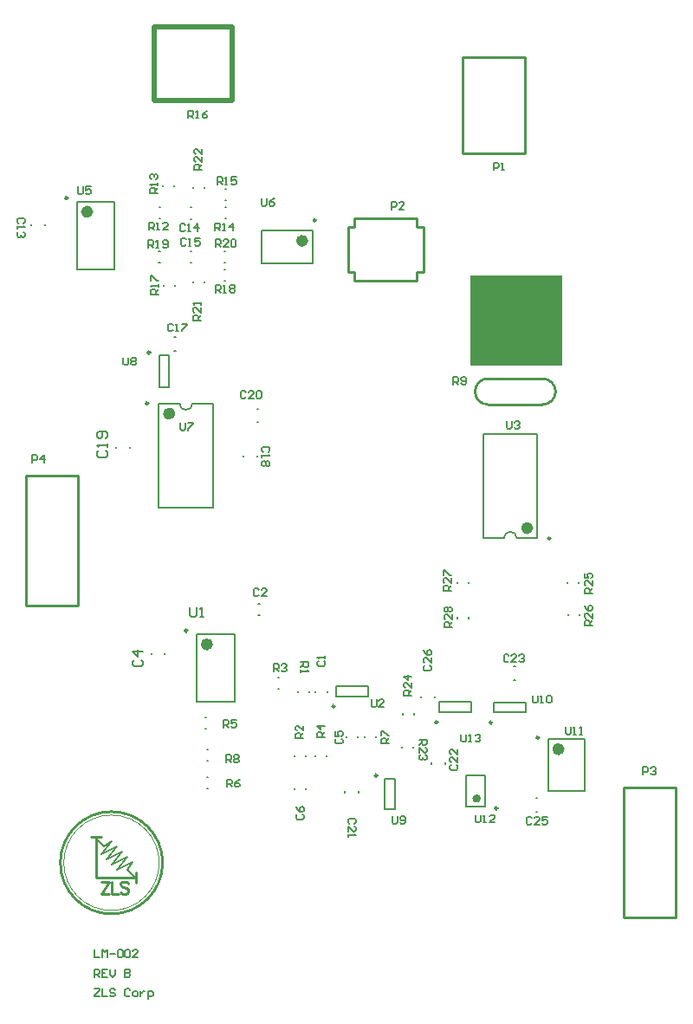
<source format=gbr>
%TF.GenerationSoftware,Altium Limited,Altium Designer,18.0.9 (584)*%
G04 Layer_Color=65535*
%FSLAX26Y26*%
%MOIN*%
%TF.FileFunction,Legend,Top*%
%TF.Part,Single*%
G01*
G75*
%TA.AperFunction,NonConductor*%
%ADD50C,0.009842*%
%ADD51C,0.023622*%
%ADD52C,0.007874*%
%ADD53C,0.005000*%
%ADD54C,0.005906*%
%ADD78C,0.010000*%
%ADD79C,0.015748*%
%ADD80C,0.003937*%
%ADD81C,0.020000*%
%ADD82R,0.355000X0.350000*%
D50*
X721842Y1503811D02*
G03*
X721842Y1503811I-4921J0D01*
G01*
X1452496Y946260D02*
G03*
X1452496Y946260I-4921J0D01*
G01*
X1288457Y1212496D02*
G03*
X1288457Y1212496I-4921J0D01*
G01*
X2119055Y1858386D02*
G03*
X2119055Y1858386I-4921J0D01*
G01*
X260866Y3168268D02*
G03*
X260866Y3168268I-4921J0D01*
G01*
X1216535Y3082914D02*
G03*
X1216535Y3082914I-4921J0D01*
G01*
X1894859Y1149932D02*
G03*
X1894859Y1149932I-4921J0D01*
G01*
X1684688Y1151496D02*
G03*
X1684688Y1151496I-4921J0D01*
G01*
X2074544Y1091929D02*
G03*
X2074544Y1091929I-4921J0D01*
G01*
X1915213Y820197D02*
G03*
X1915213Y820197I-4921J0D01*
G01*
X578961Y2573961D02*
G03*
X578961Y2573961I-4921J0D01*
G01*
X571032Y2378291D02*
G03*
X571032Y2378291I-4921J0D01*
G01*
D51*
X808457Y1450661D02*
G03*
X808457Y1450661I-11811J0D01*
G01*
X2040905Y1898150D02*
G03*
X2040905Y1898150I-11811J0D01*
G01*
X347480Y3115118D02*
G03*
X347480Y3115118I-11811J0D01*
G01*
X1175000Y3003189D02*
G03*
X1175000Y3003189I-11811J0D01*
G01*
X2161158Y1047638D02*
G03*
X2161158Y1047638I-11811J0D01*
G01*
X662961Y2338528D02*
G03*
X662961Y2338528I-11811J0D01*
G01*
D52*
X1989134Y1858780D02*
G03*
X1939134Y1858780I-25000J0D01*
G01*
X691110Y2377898D02*
G03*
X741110Y2377898I25000J0D01*
G01*
X1620811Y1246599D02*
Y1250535D01*
X1673961Y1246599D02*
Y1250535D01*
X2063142Y806535D02*
X2067079D01*
X2063142Y859685D02*
X2067079D01*
X1978394Y1313535D02*
X1982331D01*
X1978394Y1366685D02*
X1982331D01*
X1713685Y991142D02*
Y995079D01*
X1660535Y991142D02*
Y995079D01*
X1381685Y881142D02*
Y885079D01*
X1328535Y881142D02*
Y885079D01*
X446535Y2205142D02*
Y2209079D01*
X499685Y2205142D02*
Y2209079D01*
X989685Y2173142D02*
Y2177079D01*
X936535Y2173142D02*
Y2177079D01*
X672142Y2632685D02*
X676079D01*
X672142Y2579535D02*
X676079D01*
X173685Y3063937D02*
Y3067874D01*
X120535Y3063937D02*
Y3067874D01*
X1592764Y1181142D02*
Y1185079D01*
X1549457Y1181142D02*
Y1185079D01*
X1761457Y1551142D02*
Y1555079D01*
X1804764Y1551142D02*
Y1555079D01*
X2186457Y1563142D02*
Y1567079D01*
X2229764Y1563142D02*
Y1567079D01*
X2183457Y1685142D02*
Y1689079D01*
X2226764Y1685142D02*
Y1689079D01*
X1761457Y1685142D02*
Y1689079D01*
X1804764Y1685142D02*
Y1689079D01*
X1592016Y1053676D02*
Y1057613D01*
X1548709Y1053676D02*
Y1057613D01*
X757276Y1230190D02*
Y1490032D01*
X902944Y1230190D02*
Y1490032D01*
X757276D02*
X902944D01*
X757276Y1230190D02*
X902944D01*
X585504Y1413142D02*
Y1417078D01*
X634716Y1413142D02*
Y1417078D01*
X1482024Y934448D02*
X1521394D01*
X1482024Y816338D02*
X1521394D01*
X1482024D02*
Y934448D01*
X1521394Y816338D02*
Y934448D01*
X733142Y3132747D02*
X737078D01*
X733142Y3087473D02*
X737078D01*
X734142Y2963747D02*
X738078D01*
X734142Y2918473D02*
X738078D01*
X1294362Y1250882D02*
Y1290252D01*
X1416410Y1250882D02*
Y1290252D01*
X1294362Y1250882D02*
X1416410D01*
X1294362Y1290252D02*
X1416410D01*
X1859804Y2260354D02*
X2068464D01*
X1859804Y1858780D02*
X1939134D01*
X1989134D02*
X2068464D01*
X1859804D02*
Y2260354D01*
X2068464Y1858780D02*
Y2260354D01*
X296300Y2894646D02*
Y3154488D01*
X441968Y2894646D02*
Y3154488D01*
X296300D02*
X441968D01*
X296300Y2894646D02*
X441968D01*
X1005708Y3042560D02*
X1202560D01*
X1005708Y2916574D02*
X1202560D01*
Y3042560D01*
X1005708Y2916574D02*
Y3042560D01*
X1900764Y1188318D02*
Y1227688D01*
X2022812Y1188318D02*
Y1227688D01*
X1900764Y1188318D02*
X2022812D01*
X1900764Y1227688D02*
X2022812D01*
X1690594Y1189882D02*
Y1229252D01*
X1812640Y1189882D02*
Y1229252D01*
X1690594Y1189882D02*
X1812640D01*
X1690594Y1229252D02*
X1812640D01*
X2109976Y886220D02*
Y1087008D01*
X2251708Y886220D02*
Y1087008D01*
X2109976D02*
X2251708D01*
X2109976Y886220D02*
X2251708D01*
X1866000Y826102D02*
Y946182D01*
X1795134Y826102D02*
Y946182D01*
Y826102D02*
X1866000D01*
X1795134Y946182D02*
X1866000D01*
X612426Y2563134D02*
X651796D01*
X612426Y2441086D02*
X651796D01*
X612426D02*
Y2563134D01*
X651796Y2441086D02*
Y2563134D01*
X626457Y3214142D02*
Y3218079D01*
X669764Y3214142D02*
Y3218079D01*
X867142Y3131764D02*
X871079D01*
X867142Y3088457D02*
X871079D01*
X866142Y3202764D02*
X870079D01*
X866142Y3159457D02*
X870079D01*
X629457Y2830142D02*
Y2834079D01*
X672764Y2830142D02*
Y2834079D01*
X864142Y2892764D02*
X868079D01*
X864142Y2849457D02*
X868079D01*
X612142Y2919441D02*
X616079D01*
X612142Y2962748D02*
X616079D01*
X864142Y2962748D02*
X868079D01*
X864142Y2919441D02*
X868079D01*
X785764Y2842142D02*
Y2846079D01*
X742457Y2842142D02*
Y2846079D01*
X744457Y3206142D02*
Y3210079D01*
X787764Y3206142D02*
Y3210079D01*
X613142Y3131764D02*
X617079D01*
X613142Y3088457D02*
X617079D01*
X1189764Y1267142D02*
Y1271079D01*
X1146457Y1267142D02*
Y1271079D01*
X1176764Y1019142D02*
Y1023079D01*
X1133457Y1019142D02*
Y1023079D01*
X1070142Y1322764D02*
X1074079D01*
X1070142Y1279457D02*
X1074079D01*
X1258764Y1019142D02*
Y1023079D01*
X1215457Y1019142D02*
Y1023079D01*
X791142Y1126457D02*
X795079D01*
X791142Y1169764D02*
X795079D01*
X798142Y895457D02*
X802079D01*
X798142Y938764D02*
X802079D01*
X1446764Y1093142D02*
Y1097079D01*
X1403457Y1093142D02*
Y1097079D01*
X611779Y1976323D02*
X820441D01*
X741110Y2377898D02*
X820441D01*
X611779D02*
X691110D01*
X820441Y1976323D02*
Y2377898D01*
X611779Y1976323D02*
Y2377898D01*
X1215472Y1267142D02*
Y1271079D01*
X1260748Y1267142D02*
Y1271079D01*
X995142Y1607748D02*
X999079D01*
X995142Y1562472D02*
X999079D01*
X1333472Y1093142D02*
Y1097079D01*
X1378748Y1093142D02*
Y1097079D01*
X1178748Y894142D02*
Y898079D01*
X1133472Y894142D02*
Y898079D01*
X989142Y2306504D02*
X993079D01*
X989142Y2355717D02*
X993079D01*
X798142Y1002457D02*
X802079D01*
X798142Y1045764D02*
X802079D01*
X730110Y1594468D02*
Y1561670D01*
X736670Y1555110D01*
X749789D01*
X756348Y1561670D01*
Y1594468D01*
X769468Y1555110D02*
X782587D01*
X776027D01*
Y1594468D01*
X769468Y1587908D01*
X381312Y2196348D02*
X374753Y2189789D01*
Y2176670D01*
X381312Y2170110D01*
X407551D01*
X414110Y2176670D01*
Y2189789D01*
X407551Y2196348D01*
X414110Y2209468D02*
Y2222587D01*
Y2216027D01*
X374753D01*
X381312Y2209468D01*
X407551Y2242265D02*
X414110Y2248825D01*
Y2261944D01*
X407551Y2268504D01*
X381312D01*
X374753Y2261944D01*
Y2248825D01*
X381312Y2242265D01*
X387872D01*
X394432Y2248825D01*
Y2268504D01*
X517312Y1391348D02*
X510753Y1384789D01*
Y1371670D01*
X517312Y1365110D01*
X543551D01*
X550110Y1371670D01*
Y1384789D01*
X543551Y1391348D01*
X550110Y1424146D02*
X510753D01*
X530432Y1404468D01*
Y1430706D01*
D53*
X449622Y583330D02*
X489622Y633330D01*
X389622Y643330D02*
X449622Y673330D01*
X389622Y643330D02*
X429622Y693330D01*
X449622Y583330D02*
X509622Y613330D01*
X369622Y703330D02*
X399622Y673330D01*
X429622Y603330D02*
X489622Y633330D01*
X409622Y623330D02*
X469622Y653330D01*
X429622Y603330D02*
X469622Y653330D01*
X409622Y623330D02*
X449622Y673330D01*
X489622Y583330D02*
X509622Y613330D01*
X489622Y583330D02*
X519622Y553330D01*
X399622Y673330D02*
X429622Y693330D01*
D54*
X364102Y276140D02*
Y246622D01*
X383781D01*
X393620D02*
Y276140D01*
X403460Y266301D01*
X413299Y276140D01*
Y246622D01*
X423139Y261381D02*
X442817D01*
X452657Y271220D02*
X457576Y276140D01*
X467416D01*
X472335Y271220D01*
Y251542D01*
X467416Y246622D01*
X457576D01*
X452657Y251542D01*
Y271220D01*
X482175D02*
X487094Y276140D01*
X496934D01*
X501853Y271220D01*
Y251542D01*
X496934Y246622D01*
X487094D01*
X482175Y251542D01*
Y271220D01*
X531371Y246622D02*
X511693D01*
X531371Y266301D01*
Y271220D01*
X526452Y276140D01*
X516612D01*
X511693Y271220D01*
X364102Y171622D02*
Y201140D01*
X378861D01*
X383781Y196220D01*
Y186381D01*
X378861Y181461D01*
X364102D01*
X373942D02*
X383781Y171622D01*
X413299Y201140D02*
X393620D01*
Y171622D01*
X413299D01*
X393620Y186381D02*
X403460D01*
X423139Y201140D02*
Y181461D01*
X432978Y171622D01*
X442817Y181461D01*
Y201140D01*
X482175D02*
Y171622D01*
X496934D01*
X501853Y176542D01*
Y181461D01*
X496934Y186381D01*
X482175D01*
X496934D01*
X501853Y191301D01*
Y196220D01*
X496934Y201140D01*
X482175D01*
X364102Y126140D02*
X383781D01*
Y121220D01*
X364102Y101542D01*
Y96622D01*
X383781D01*
X393620Y126140D02*
Y96622D01*
X413299D01*
X442817Y121220D02*
X437897Y126140D01*
X428058D01*
X423139Y121220D01*
Y116301D01*
X428058Y111381D01*
X437897D01*
X442817Y106461D01*
Y101542D01*
X437897Y96622D01*
X428058D01*
X423139Y101542D01*
X501853Y121220D02*
X496934Y126140D01*
X487094D01*
X482175Y121220D01*
Y101542D01*
X487094Y96622D01*
X496934D01*
X501853Y101542D01*
X516612Y96622D02*
X526452D01*
X531371Y101542D01*
Y111381D01*
X526452Y116301D01*
X516612D01*
X511693Y111381D01*
Y101542D01*
X516612Y96622D01*
X541211Y116301D02*
Y96622D01*
Y106461D01*
X546131Y111381D01*
X551050Y116301D01*
X555970D01*
X570729Y86783D02*
Y116301D01*
X585488D01*
X590408Y111381D01*
Y101542D01*
X585488Y96622D01*
X570729D01*
X1739110Y1516110D02*
X1709592D01*
Y1530869D01*
X1714512Y1535789D01*
X1724351D01*
X1729271Y1530869D01*
Y1516110D01*
Y1525950D02*
X1739110Y1535789D01*
Y1565307D02*
Y1545628D01*
X1719431Y1565307D01*
X1714512D01*
X1709592Y1560387D01*
Y1550548D01*
X1714512Y1545628D01*
Y1575146D02*
X1709592Y1580066D01*
Y1589905D01*
X1714512Y1594825D01*
X1719431D01*
X1724351Y1589905D01*
X1729271Y1594825D01*
X1734190D01*
X1739110Y1589905D01*
Y1580066D01*
X1734190Y1575146D01*
X1729271D01*
X1724351Y1580066D01*
X1719431Y1575146D01*
X1714512D01*
X1724351Y1580066D02*
Y1589905D01*
X1736110Y1657110D02*
X1706592D01*
Y1671869D01*
X1711512Y1676789D01*
X1721351D01*
X1726271Y1671869D01*
Y1657110D01*
Y1666950D02*
X1736110Y1676789D01*
Y1706307D02*
Y1686628D01*
X1716431Y1706307D01*
X1711512D01*
X1706592Y1701387D01*
Y1691548D01*
X1711512Y1686628D01*
X1706592Y1716146D02*
Y1735825D01*
X1711512D01*
X1731190Y1716146D01*
X1736110D01*
X2280110Y1522110D02*
X2250592D01*
Y1536869D01*
X2255512Y1541789D01*
X2265351D01*
X2270271Y1536869D01*
Y1522110D01*
Y1531950D02*
X2280110Y1541789D01*
Y1571307D02*
Y1551628D01*
X2260432Y1571307D01*
X2255512D01*
X2250592Y1566387D01*
Y1556548D01*
X2255512Y1551628D01*
X2250592Y1600825D02*
X2255512Y1590986D01*
X2265351Y1581146D01*
X2275191D01*
X2280110Y1586066D01*
Y1595905D01*
X2275191Y1600825D01*
X2270271D01*
X2265351Y1595905D01*
Y1581146D01*
X2280110Y1646110D02*
X2250592D01*
Y1660869D01*
X2255512Y1665789D01*
X2265351D01*
X2270271Y1660869D01*
Y1646110D01*
Y1655950D02*
X2280110Y1665789D01*
Y1695307D02*
Y1675628D01*
X2260432Y1695307D01*
X2255512D01*
X2250592Y1690387D01*
Y1680548D01*
X2255512Y1675628D01*
X2250592Y1724825D02*
Y1705146D01*
X2265351D01*
X2260432Y1714986D01*
Y1719905D01*
X2265351Y1724825D01*
X2275191D01*
X2280110Y1719905D01*
Y1710066D01*
X2275191Y1705146D01*
X1585110Y1254110D02*
X1555592D01*
Y1268869D01*
X1560512Y1273789D01*
X1570351D01*
X1575271Y1268869D01*
Y1254110D01*
Y1263950D02*
X1585110Y1273789D01*
Y1303307D02*
Y1283628D01*
X1565431Y1303307D01*
X1560512D01*
X1555592Y1298387D01*
Y1288548D01*
X1560512Y1283628D01*
X1585110Y1327905D02*
X1555592D01*
X1570351Y1313146D01*
Y1332825D01*
X1498110Y1069110D02*
X1468592D01*
Y1083869D01*
X1473512Y1088789D01*
X1483351D01*
X1488271Y1083869D01*
Y1069110D01*
Y1078950D02*
X1498110Y1088789D01*
X1468592Y1098628D02*
Y1118307D01*
X1473512D01*
X1493190Y1098628D01*
X1498110D01*
X873110Y902110D02*
Y931628D01*
X887869D01*
X892789Y926709D01*
Y916869D01*
X887869Y911950D01*
X873110D01*
X882950D02*
X892789Y902110D01*
X922307Y931628D02*
X912468Y926709D01*
X902628Y916869D01*
Y907030D01*
X907548Y902110D01*
X917387D01*
X922307Y907030D01*
Y911950D01*
X917387Y916869D01*
X902628D01*
X1614110Y1084110D02*
X1643628D01*
Y1069351D01*
X1638709Y1064431D01*
X1628869D01*
X1623950Y1069351D01*
Y1084110D01*
Y1074271D02*
X1614110Y1064431D01*
Y1034913D02*
Y1054592D01*
X1633789Y1034913D01*
X1638709D01*
X1643628Y1039833D01*
Y1049672D01*
X1638709Y1054592D01*
Y1025074D02*
X1643628Y1020154D01*
Y1010315D01*
X1638709Y1005395D01*
X1633789D01*
X1628869Y1010315D01*
Y1015235D01*
Y1010315D01*
X1623950Y1005395D01*
X1619030D01*
X1614110Y1010315D01*
Y1020154D01*
X1619030Y1025074D01*
X1510362Y789628D02*
Y765030D01*
X1515282Y760110D01*
X1525121D01*
X1530041Y765030D01*
Y789628D01*
X1539880Y765030D02*
X1544800Y760110D01*
X1554639D01*
X1559559Y765030D01*
Y784709D01*
X1554639Y789628D01*
X1544800D01*
X1539880Y784709D01*
Y779789D01*
X1544800Y774869D01*
X1559559D01*
X2046789Y781709D02*
X2041869Y786628D01*
X2032030D01*
X2027110Y781709D01*
Y762030D01*
X2032030Y757110D01*
X2041869D01*
X2046789Y762030D01*
X2076307Y757110D02*
X2056628D01*
X2076307Y776789D01*
Y781709D01*
X2071387Y786628D01*
X2061548D01*
X2056628Y781709D01*
X2105825Y786628D02*
X2086146D01*
Y771869D01*
X2095986Y776789D01*
X2100905D01*
X2105825Y771869D01*
Y762030D01*
X2100905Y757110D01*
X2091066D01*
X2086146Y762030D01*
X1364598Y760321D02*
X1369518Y765241D01*
Y775080D01*
X1364598Y780000D01*
X1344920D01*
X1340000Y775080D01*
Y765241D01*
X1344920Y760321D01*
X1340000Y730803D02*
Y750482D01*
X1359679Y730803D01*
X1364598D01*
X1369518Y735723D01*
Y745562D01*
X1364598Y750482D01*
X1340000Y720964D02*
Y711124D01*
Y716044D01*
X1369518D01*
X1364598Y720964D01*
X1226512Y1386789D02*
X1221592Y1381869D01*
Y1372030D01*
X1226512Y1367110D01*
X1246190D01*
X1251110Y1372030D01*
Y1381869D01*
X1246190Y1386789D01*
X1251110Y1396628D02*
Y1406468D01*
Y1401548D01*
X1221592D01*
X1226512Y1396628D01*
X996789Y1660709D02*
X991869Y1665628D01*
X982030D01*
X977110Y1660709D01*
Y1641030D01*
X982030Y1636110D01*
X991869D01*
X996789Y1641030D01*
X1026307Y1636110D02*
X1006628D01*
X1026307Y1655789D01*
Y1660709D01*
X1021387Y1665628D01*
X1011548D01*
X1006628Y1660709D01*
X1294937Y1088293D02*
X1290017Y1083373D01*
Y1073534D01*
X1294937Y1068614D01*
X1314616D01*
X1319535Y1073534D01*
Y1083373D01*
X1314616Y1088293D01*
X1290017Y1117811D02*
Y1098132D01*
X1304776D01*
X1299857Y1107972D01*
Y1112891D01*
X1304776Y1117811D01*
X1314616D01*
X1319535Y1112891D01*
Y1103052D01*
X1314616Y1098132D01*
X1145512Y796789D02*
X1140592Y791869D01*
Y782030D01*
X1145512Y777110D01*
X1165190D01*
X1170110Y782030D01*
Y791869D01*
X1165190Y796789D01*
X1140592Y826307D02*
X1145512Y816468D01*
X1155351Y806628D01*
X1165190D01*
X1170110Y811548D01*
Y821387D01*
X1165190Y826307D01*
X1160271D01*
X1155351Y821387D01*
Y806628D01*
X712789Y3063709D02*
X707869Y3068628D01*
X698030D01*
X693110Y3063709D01*
Y3044030D01*
X698030Y3039110D01*
X707869D01*
X712789Y3044030D01*
X722628Y3039110D02*
X732468D01*
X727548D01*
Y3068628D01*
X722628Y3063709D01*
X761986Y3039110D02*
Y3068628D01*
X747227Y3053869D01*
X766905D01*
X715789Y3008709D02*
X710869Y3013628D01*
X701030D01*
X696110Y3008709D01*
Y2989030D01*
X701030Y2984110D01*
X710869D01*
X715789Y2989030D01*
X725628Y2984110D02*
X735468D01*
X730548D01*
Y3013628D01*
X725628Y3008709D01*
X769905Y3013628D02*
X750227D01*
Y2998869D01*
X760066Y3003789D01*
X764986D01*
X769905Y2998869D01*
Y2989030D01*
X764986Y2984110D01*
X755146D01*
X750227Y2989030D01*
X91709Y3071227D02*
X96628Y3076146D01*
Y3085986D01*
X91709Y3090905D01*
X72030D01*
X67110Y3085986D01*
Y3076146D01*
X72030Y3071227D01*
X67110Y3061387D02*
Y3051548D01*
Y3056468D01*
X96628D01*
X91709Y3061387D01*
Y3036789D02*
X96628Y3031869D01*
Y3022030D01*
X91709Y3017110D01*
X86789D01*
X81869Y3022030D01*
Y3026950D01*
Y3022030D01*
X76950Y3017110D01*
X72030D01*
X67110Y3022030D01*
Y3031869D01*
X72030Y3036789D01*
X666789Y2679709D02*
X661869Y2684628D01*
X652030D01*
X647110Y2679709D01*
Y2660030D01*
X652030Y2655110D01*
X661869D01*
X666789Y2660030D01*
X676628Y2655110D02*
X686468D01*
X681548D01*
Y2684628D01*
X676628Y2679709D01*
X701227Y2684628D02*
X720905D01*
Y2679709D01*
X701227Y2660030D01*
Y2655110D01*
X1736512Y987789D02*
X1731592Y982869D01*
Y973030D01*
X1736512Y968110D01*
X1756190D01*
X1761110Y973030D01*
Y982869D01*
X1756190Y987789D01*
X1761110Y1017307D02*
Y997628D01*
X1741431Y1017307D01*
X1736512D01*
X1731592Y1012387D01*
Y1002548D01*
X1736512Y997628D01*
X1761110Y1046825D02*
Y1027146D01*
X1741431Y1046825D01*
X1736512D01*
X1731592Y1041905D01*
Y1032066D01*
X1736512Y1027146D01*
X1958789Y1407709D02*
X1953869Y1412628D01*
X1944030D01*
X1939110Y1407709D01*
Y1388030D01*
X1944030Y1383110D01*
X1953869D01*
X1958789Y1388030D01*
X1988307Y1383110D02*
X1968628D01*
X1988307Y1402789D01*
Y1407709D01*
X1983387Y1412628D01*
X1973548D01*
X1968628Y1407709D01*
X1998146D02*
X2003066Y1412628D01*
X2012905D01*
X2017825Y1407709D01*
Y1402789D01*
X2012905Y1397869D01*
X2007986D01*
X2012905D01*
X2017825Y1392950D01*
Y1388030D01*
X2012905Y1383110D01*
X2003066D01*
X1998146Y1388030D01*
X1900000Y3275000D02*
Y3304518D01*
X1914759D01*
X1919679Y3299598D01*
Y3289759D01*
X1914759Y3284839D01*
X1900000D01*
X1929518Y3275000D02*
X1939358D01*
X1934438D01*
Y3304518D01*
X1929518Y3299598D01*
X1506110Y3124110D02*
Y3153628D01*
X1520869D01*
X1525789Y3148709D01*
Y3138869D01*
X1520869Y3133950D01*
X1506110D01*
X1555307Y3124110D02*
X1535628D01*
X1555307Y3143789D01*
Y3148709D01*
X1550387Y3153628D01*
X1540548D01*
X1535628Y3148709D01*
X1158110Y1382110D02*
X1187628D01*
Y1367351D01*
X1182709Y1362431D01*
X1172869D01*
X1167950Y1367351D01*
Y1382110D01*
Y1372271D02*
X1158110Y1362431D01*
Y1352592D02*
Y1342753D01*
Y1347672D01*
X1187628D01*
X1182709Y1352592D01*
X1168110Y1089110D02*
X1138592D01*
Y1103869D01*
X1143512Y1108789D01*
X1153351D01*
X1158271Y1103869D01*
Y1089110D01*
Y1098950D02*
X1168110Y1108789D01*
Y1138307D02*
Y1118628D01*
X1148431Y1138307D01*
X1143512D01*
X1138592Y1133387D01*
Y1123548D01*
X1143512Y1118628D01*
X1053110Y1346110D02*
Y1375628D01*
X1067869D01*
X1072789Y1370709D01*
Y1360869D01*
X1067869Y1355950D01*
X1053110D01*
X1062950D02*
X1072789Y1346110D01*
X1082628Y1370709D02*
X1087548Y1375628D01*
X1097387D01*
X1102307Y1370709D01*
Y1365789D01*
X1097387Y1360869D01*
X1092468D01*
X1097387D01*
X1102307Y1355950D01*
Y1351030D01*
X1097387Y1346110D01*
X1087548D01*
X1082628Y1351030D01*
X1249229Y1092315D02*
X1219711D01*
Y1107074D01*
X1224631Y1111994D01*
X1234470D01*
X1239390Y1107074D01*
Y1092315D01*
Y1102154D02*
X1249229Y1111994D01*
Y1136592D02*
X1219711D01*
X1234470Y1121833D01*
Y1141512D01*
X860110Y1131110D02*
Y1160628D01*
X874869D01*
X879789Y1155709D01*
Y1145869D01*
X874869Y1140950D01*
X860110D01*
X869950D02*
X879789Y1131110D01*
X909307Y1160628D02*
X889628D01*
Y1145869D01*
X899468Y1150789D01*
X904387D01*
X909307Y1145869D01*
Y1136030D01*
X904387Y1131110D01*
X894548D01*
X889628Y1136030D01*
X1745110Y2450110D02*
Y2479628D01*
X1759869D01*
X1764789Y2474709D01*
Y2464869D01*
X1759869Y2459950D01*
X1745110D01*
X1754950D02*
X1764789Y2450110D01*
X1774628Y2455030D02*
X1779548Y2450110D01*
X1789387D01*
X1794307Y2455030D01*
Y2474709D01*
X1789387Y2479628D01*
X1779548D01*
X1774628Y2474709D01*
Y2469789D01*
X1779548Y2464869D01*
X1794307D01*
X573110Y3045110D02*
Y3074628D01*
X587869D01*
X592789Y3069709D01*
Y3059869D01*
X587869Y3054950D01*
X573110D01*
X582950D02*
X592789Y3045110D01*
X602628D02*
X612468D01*
X607548D01*
Y3074628D01*
X602628Y3069709D01*
X646905Y3045110D02*
X627227D01*
X646905Y3064789D01*
Y3069709D01*
X641986Y3074628D01*
X632146D01*
X627227Y3069709D01*
X607110Y3187110D02*
X577592D01*
Y3201869D01*
X582512Y3206789D01*
X592351D01*
X597271Y3201869D01*
Y3187110D01*
Y3196950D02*
X607110Y3206789D01*
Y3216628D02*
Y3226468D01*
Y3221548D01*
X577592D01*
X582512Y3216628D01*
Y3241227D02*
X577592Y3246146D01*
Y3255986D01*
X582512Y3260905D01*
X587432D01*
X592351Y3255986D01*
Y3251066D01*
Y3255986D01*
X597271Y3260905D01*
X602191D01*
X607110Y3255986D01*
Y3246146D01*
X602191Y3241227D01*
X828110Y3042110D02*
Y3071628D01*
X842869D01*
X847789Y3066709D01*
Y3056869D01*
X842869Y3051950D01*
X828110D01*
X837950D02*
X847789Y3042110D01*
X857628D02*
X867468D01*
X862548D01*
Y3071628D01*
X857628Y3066709D01*
X896986Y3042110D02*
Y3071628D01*
X882227Y3056869D01*
X901905D01*
X836110Y3219110D02*
Y3248628D01*
X850869D01*
X855789Y3243709D01*
Y3233869D01*
X850869Y3228950D01*
X836110D01*
X845950D02*
X855789Y3219110D01*
X865628D02*
X875468D01*
X870548D01*
Y3248628D01*
X865628Y3243709D01*
X909905Y3248628D02*
X890227D01*
Y3233869D01*
X900066Y3238789D01*
X904986D01*
X909905Y3233869D01*
Y3224030D01*
X904986Y3219110D01*
X895146D01*
X890227Y3224030D01*
X725000Y3475000D02*
Y3504518D01*
X739759D01*
X744679Y3499598D01*
Y3489759D01*
X739759Y3484839D01*
X725000D01*
X734839D02*
X744679Y3475000D01*
X754518D02*
X764357D01*
X759438D01*
Y3504518D01*
X754518Y3499598D01*
X798795Y3504518D02*
X788956Y3499598D01*
X779116Y3489759D01*
Y3479920D01*
X784036Y3475000D01*
X793875D01*
X798795Y3479920D01*
Y3484839D01*
X793875Y3489759D01*
X779116D01*
X610110Y2797110D02*
X580592D01*
Y2811869D01*
X585512Y2816789D01*
X595351D01*
X600271Y2811869D01*
Y2797110D01*
Y2806950D02*
X610110Y2816789D01*
Y2826628D02*
Y2836468D01*
Y2831548D01*
X580592D01*
X585512Y2826628D01*
X580592Y2851227D02*
Y2870905D01*
X585512D01*
X605191Y2851227D01*
X610110D01*
X830110Y2804110D02*
Y2833628D01*
X844869D01*
X849789Y2828709D01*
Y2818869D01*
X844869Y2813950D01*
X830110D01*
X839950D02*
X849789Y2804110D01*
X859628D02*
X869468D01*
X864548D01*
Y2833628D01*
X859628Y2828709D01*
X884227D02*
X889146Y2833628D01*
X898986D01*
X903905Y2828709D01*
Y2823789D01*
X898986Y2818869D01*
X903905Y2813950D01*
Y2809030D01*
X898986Y2804110D01*
X889146D01*
X884227Y2809030D01*
Y2813950D01*
X889146Y2818869D01*
X884227Y2823789D01*
Y2828709D01*
X889146Y2818869D02*
X898986D01*
X572110Y2976095D02*
Y3005613D01*
X586869D01*
X591789Y3000693D01*
Y2990854D01*
X586869Y2985934D01*
X572110D01*
X581950D02*
X591789Y2976095D01*
X601628D02*
X611468D01*
X606548D01*
Y3005613D01*
X601628Y3000693D01*
X626227Y2981014D02*
X631146Y2976095D01*
X640986D01*
X645905Y2981014D01*
Y3000693D01*
X640986Y3005613D01*
X631146D01*
X626227Y3000693D01*
Y2995773D01*
X631146Y2990854D01*
X645905D01*
X830110Y2979110D02*
Y3008628D01*
X844869D01*
X849789Y3003709D01*
Y2993869D01*
X844869Y2988950D01*
X830110D01*
X839950D02*
X849789Y2979110D01*
X879307D02*
X859628D01*
X879307Y2998789D01*
Y3003709D01*
X874387Y3008628D01*
X864548D01*
X859628Y3003709D01*
X889146D02*
X894066Y3008628D01*
X903905D01*
X908825Y3003709D01*
Y2984030D01*
X903905Y2979110D01*
X894066D01*
X889146Y2984030D01*
Y3003709D01*
X773110Y2698110D02*
X743592D01*
Y2712869D01*
X748512Y2717789D01*
X758351D01*
X763271Y2712869D01*
Y2698110D01*
Y2707950D02*
X773110Y2717789D01*
Y2747307D02*
Y2727628D01*
X753432Y2747307D01*
X748512D01*
X743592Y2742387D01*
Y2732548D01*
X748512Y2727628D01*
X773110Y2757146D02*
Y2766986D01*
Y2762066D01*
X743592D01*
X748512Y2757146D01*
X778000Y3278000D02*
X748482D01*
Y3292759D01*
X753402Y3297679D01*
X763241D01*
X768161Y3292759D01*
Y3278000D01*
Y3287839D02*
X778000Y3297679D01*
Y3327197D02*
Y3307518D01*
X758321Y3327197D01*
X753402D01*
X748482Y3322277D01*
Y3312438D01*
X753402Y3307518D01*
X778000Y3356715D02*
Y3337036D01*
X758321Y3356715D01*
X753402D01*
X748482Y3351795D01*
Y3341956D01*
X753402Y3337036D01*
X1429362Y1238628D02*
Y1214030D01*
X1434282Y1209110D01*
X1444121D01*
X1449041Y1214030D01*
Y1238628D01*
X1478559Y1209110D02*
X1458880D01*
X1478559Y1228789D01*
Y1233709D01*
X1473639Y1238628D01*
X1463800D01*
X1458880Y1233709D01*
X1950110Y2309628D02*
Y2285030D01*
X1955030Y2280110D01*
X1964869D01*
X1969789Y2285030D01*
Y2309628D01*
X1979628Y2304709D02*
X1984548Y2309628D01*
X1994387D01*
X1999307Y2304709D01*
Y2299789D01*
X1994387Y2294869D01*
X1989468D01*
X1994387D01*
X1999307Y2289950D01*
Y2285030D01*
X1994387Y2280110D01*
X1984548D01*
X1979628Y2285030D01*
X300110Y3212628D02*
Y3188030D01*
X305030Y3183110D01*
X314869D01*
X319789Y3188030D01*
Y3212628D01*
X349307D02*
X329628D01*
Y3197869D01*
X339468Y3202789D01*
X344387D01*
X349307Y3197869D01*
Y3188030D01*
X344387Y3183110D01*
X334548D01*
X329628Y3188030D01*
X1007000Y3167518D02*
Y3142920D01*
X1011920Y3138000D01*
X1021759D01*
X1026679Y3142920D01*
Y3167518D01*
X1056197D02*
X1046358Y3162598D01*
X1036518Y3152759D01*
Y3142920D01*
X1041438Y3138000D01*
X1051277D01*
X1056197Y3142920D01*
Y3147839D01*
X1051277Y3152759D01*
X1036518D01*
X694110Y2303628D02*
Y2279030D01*
X699030Y2274110D01*
X708869D01*
X713789Y2279030D01*
Y2303628D01*
X723628D02*
X743307D01*
Y2298709D01*
X723628Y2279030D01*
Y2274110D01*
X1635402Y1369679D02*
X1630482Y1364759D01*
Y1354920D01*
X1635402Y1350000D01*
X1655080D01*
X1660000Y1354920D01*
Y1364759D01*
X1655080Y1369679D01*
X1660000Y1399197D02*
Y1379518D01*
X1640321Y1399197D01*
X1635402D01*
X1630482Y1394277D01*
Y1384438D01*
X1635402Y1379518D01*
X1630482Y1428715D02*
X1635402Y1418876D01*
X1645241Y1409036D01*
X1655080D01*
X1660000Y1413956D01*
Y1423795D01*
X1655080Y1428715D01*
X1650161D01*
X1645241Y1423795D01*
Y1409036D01*
X125000Y2150000D02*
Y2179518D01*
X139759D01*
X144679Y2174598D01*
Y2164759D01*
X139759Y2159839D01*
X125000D01*
X169277Y2150000D02*
Y2179518D01*
X154518Y2164759D01*
X174197D01*
X2050000Y1254518D02*
Y1229920D01*
X2054920Y1225000D01*
X2064759D01*
X2069679Y1229920D01*
Y1254518D01*
X2079518Y1225000D02*
X2089358D01*
X2084438D01*
Y1254518D01*
X2079518Y1249598D01*
X2104117D02*
X2109036Y1254518D01*
X2118876D01*
X2123795Y1249598D01*
Y1229920D01*
X2118876Y1225000D01*
X2109036D01*
X2104117Y1229920D01*
Y1249598D01*
X1775000Y1104518D02*
Y1079920D01*
X1779920Y1075000D01*
X1789759D01*
X1794679Y1079920D01*
Y1104518D01*
X1804518Y1075000D02*
X1814358D01*
X1809438D01*
Y1104518D01*
X1804518Y1099598D01*
X1829117D02*
X1834036Y1104518D01*
X1843876D01*
X1848795Y1099598D01*
Y1094679D01*
X1843876Y1089759D01*
X1838956D01*
X1843876D01*
X1848795Y1084839D01*
Y1079920D01*
X1843876Y1075000D01*
X1834036D01*
X1829117Y1079920D01*
X2475000Y950000D02*
Y979518D01*
X2489759D01*
X2494679Y974598D01*
Y964759D01*
X2489759Y959839D01*
X2475000D01*
X2504518Y974598D02*
X2509438Y979518D01*
X2519277D01*
X2524197Y974598D01*
Y969679D01*
X2519277Y964759D01*
X2514358D01*
X2519277D01*
X2524197Y959839D01*
Y954920D01*
X2519277Y950000D01*
X2509438D01*
X2504518Y954920D01*
X2177362Y1133628D02*
Y1109030D01*
X2182282Y1104110D01*
X2192121D01*
X2197041Y1109030D01*
Y1133628D01*
X2206881Y1104110D02*
X2216720D01*
X2211800D01*
Y1133628D01*
X2206881Y1128709D01*
X2231479Y1104110D02*
X2241318D01*
X2236399D01*
Y1133628D01*
X2231479Y1128709D01*
X1830362Y794628D02*
Y770030D01*
X1835282Y765110D01*
X1845121D01*
X1850041Y770030D01*
Y794628D01*
X1859880Y765110D02*
X1869720D01*
X1864800D01*
Y794628D01*
X1859880Y789709D01*
X1904158Y765110D02*
X1884479D01*
X1904158Y784789D01*
Y789709D01*
X1899238Y794628D01*
X1889399D01*
X1884479Y789709D01*
X475000Y2554518D02*
Y2529920D01*
X479920Y2525000D01*
X489759D01*
X494679Y2529920D01*
Y2554518D01*
X504518Y2549598D02*
X509438Y2554518D01*
X519277D01*
X524197Y2549598D01*
Y2544679D01*
X519277Y2539759D01*
X524197Y2534839D01*
Y2529920D01*
X519277Y2525000D01*
X509438D01*
X504518Y2529920D01*
Y2534839D01*
X509438Y2539759D01*
X504518Y2544679D01*
Y2549598D01*
X509438Y2539759D02*
X519277D01*
X946679Y2421598D02*
X941759Y2426518D01*
X931920D01*
X927000Y2421598D01*
Y2401920D01*
X931920Y2397000D01*
X941759D01*
X946679Y2401920D01*
X976197Y2397000D02*
X956518D01*
X976197Y2416679D01*
Y2421598D01*
X971277Y2426518D01*
X961438D01*
X956518Y2421598D01*
X986036D02*
X990956Y2426518D01*
X1000795D01*
X1005715Y2421598D01*
Y2401920D01*
X1000795Y2397000D01*
X990956D01*
X986036Y2401920D01*
Y2421598D01*
X1032709Y2190432D02*
X1037628Y2195351D01*
Y2205191D01*
X1032709Y2210110D01*
X1013030D01*
X1008110Y2205191D01*
Y2195351D01*
X1013030Y2190432D01*
X1008110Y2180592D02*
Y2170753D01*
Y2175672D01*
X1037628D01*
X1032709Y2180592D01*
Y2155994D02*
X1037628Y2151074D01*
Y2141235D01*
X1032709Y2136315D01*
X1027789D01*
X1022869Y2141235D01*
X1017950Y2136315D01*
X1013030D01*
X1008110Y2141235D01*
Y2151074D01*
X1013030Y2155994D01*
X1017950D01*
X1022869Y2151074D01*
X1027789Y2155994D01*
X1032709D01*
X1022869Y2151074D02*
Y2141235D01*
X871110Y996110D02*
Y1025628D01*
X885869D01*
X890789Y1020709D01*
Y1010869D01*
X885869Y1005950D01*
X871110D01*
X880950D02*
X890789Y996110D01*
X900628Y1020709D02*
X905548Y1025628D01*
X915387D01*
X920307Y1020709D01*
Y1015789D01*
X915387Y1010869D01*
X920307Y1005950D01*
Y1001030D01*
X915387Y996110D01*
X905548D01*
X900628Y1001030D01*
Y1005950D01*
X905548Y1010869D01*
X900628Y1015789D01*
Y1020709D01*
X905548Y1010869D02*
X915387D01*
D78*
X2088088Y2373260D02*
G03*
X2088088Y2473260I250J50000D01*
G01*
X1878589D02*
G03*
X1878589Y2373260I-250J-50000D01*
G01*
X626472Y610331D02*
G03*
X626472Y610331I-196850J0D01*
G01*
X300110Y1600110D02*
Y2100110D01*
X100110Y1600110D02*
X300110D01*
X100110D02*
Y2100110D01*
X300110D01*
X1782110Y3340110D02*
X2022110D01*
X1782110D02*
Y3710110D01*
X2022110D01*
Y3340110D02*
Y3710110D01*
X1878588Y2373260D02*
X2088088D01*
X1878588Y2473260D02*
X2088088D01*
X2600110Y400110D02*
Y900110D01*
X2400110Y400110D02*
X2600110D01*
X2400110D02*
Y900110D01*
X2600110D01*
X349622Y708330D02*
X389622D01*
X369622Y553330D02*
X519622D01*
X369622D02*
Y703330D01*
X524622Y533330D02*
Y573330D01*
X1605110Y2882612D02*
X1630110D01*
X1605110Y2850112D02*
Y2882612D01*
X1365110Y2850112D02*
X1605110D01*
X1365110D02*
Y2882612D01*
X1340110D02*
X1365110D01*
X1340110D02*
Y3057612D01*
X1365110D01*
Y3090112D01*
X1605110D01*
Y3057612D02*
Y3090112D01*
Y3057612D02*
X1630110D01*
Y2882612D02*
Y3057612D01*
X421111Y537565D02*
X389622Y490331D01*
Y537565D02*
X421111D01*
X389622Y490331D02*
X421111D01*
X431683Y537565D02*
Y490331D01*
X458673D01*
X495336Y530817D02*
X490838Y535315D01*
X484090Y537565D01*
X475093D01*
X468345Y535315D01*
X463847Y530817D01*
Y526318D01*
X466096Y521820D01*
X468345Y519571D01*
X472844Y517322D01*
X486339Y512823D01*
X490838Y510574D01*
X493087Y508325D01*
X495336Y503826D01*
Y497078D01*
X490838Y492580D01*
X484090Y490331D01*
X475093D01*
X468345Y492580D01*
X463847Y497078D01*
D79*
X1842378Y857598D02*
G03*
X1842378Y857598I-7874J0D01*
G01*
D80*
X613198Y610331D02*
G03*
X613198Y610331I-183576J0D01*
G01*
D81*
X594110Y3544110D02*
Y3826710D01*
Y3544110D02*
X894110D01*
X607910Y3826710D02*
X623510D01*
X683510D02*
X894110D01*
Y3619110D02*
Y3826710D01*
X594110D02*
X607910D01*
X623510D02*
X683510D01*
X894110Y3544110D02*
Y3619110D01*
D82*
X1987610Y2695110D02*
D03*
%TF.MD5,d5a76c08b78497654dffe59032187392*%
M02*

</source>
